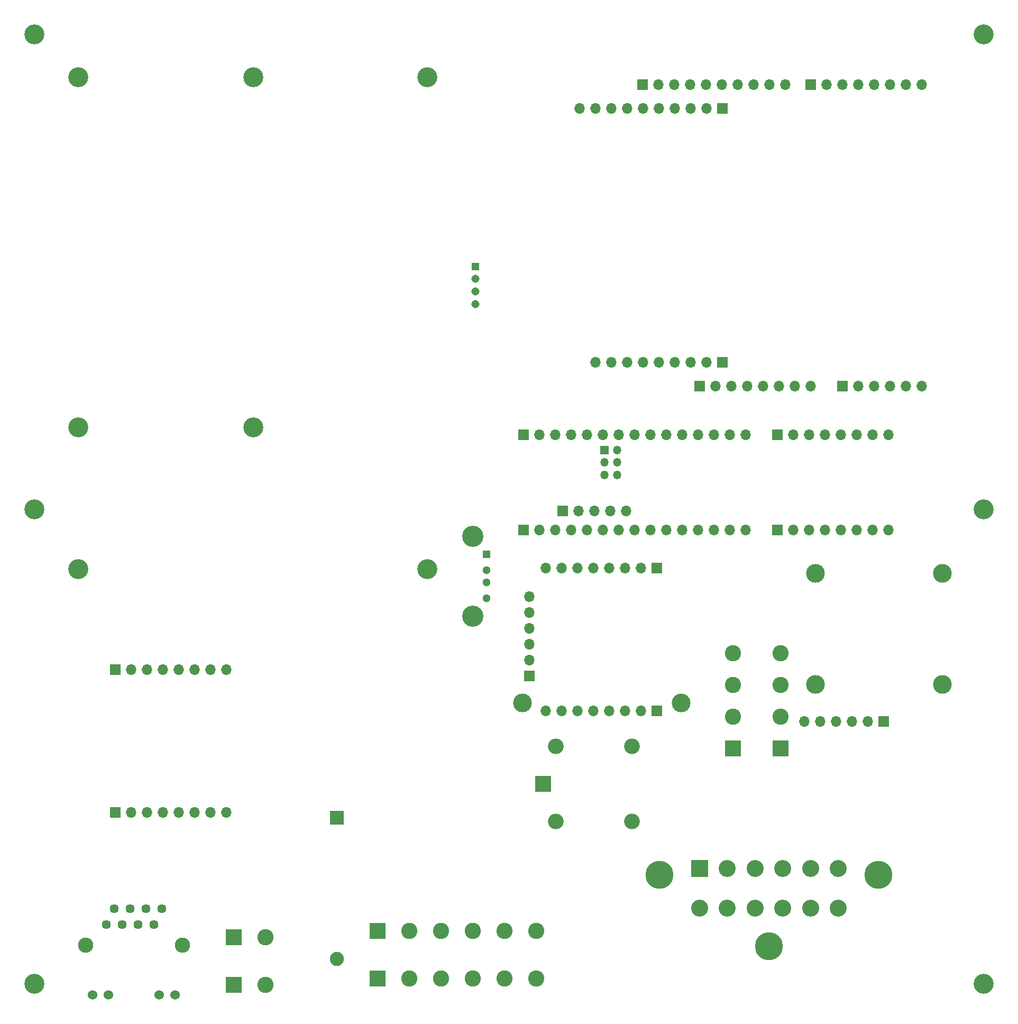
<source format=gbr>
%TF.GenerationSoftware,KiCad,Pcbnew,(5.1.12)-1*%
%TF.CreationDate,2022-02-22T16:25:41-06:00*%
%TF.ProjectId,AS13,41533133-2e6b-4696-9361-645f70636258,rev?*%
%TF.SameCoordinates,Original*%
%TF.FileFunction,Soldermask,Bot*%
%TF.FilePolarity,Negative*%
%FSLAX46Y46*%
G04 Gerber Fmt 4.6, Leading zero omitted, Abs format (unit mm)*
G04 Created by KiCad (PCBNEW (5.1.12)-1) date 2022-02-22 16:25:41*
%MOMM*%
%LPD*%
G01*
G04 APERTURE LIST*
%ADD10O,2.500000X2.500000*%
%ADD11R,2.500000X2.500000*%
%ADD12C,2.600000*%
%ADD13R,2.600000X2.600000*%
%ADD14C,4.485000*%
%ADD15C,2.715000*%
%ADD16R,2.715000X2.715000*%
%ADD17R,2.250000X2.250000*%
%ADD18C,2.250000*%
%ADD19C,2.445000*%
%ADD20C,1.530000*%
%ADD21C,1.446000*%
%ADD22C,2.999999*%
%ADD23C,3.200000*%
%ADD24C,3.000000*%
%ADD25O,1.700000X1.700000*%
%ADD26R,1.700000X1.700000*%
%ADD27C,3.400000*%
%ADD28C,1.300000*%
%ADD29R,1.300000X1.300000*%
%ADD30C,1.308000*%
%ADD31R,1.308000X1.308000*%
%ADD32O,1.350000X1.350000*%
%ADD33R,1.350000X1.350000*%
G04 APERTURE END LIST*
D10*
%TO.C,K1*%
X107000800Y-137501200D03*
X119200800Y-137501200D03*
X119200800Y-149501200D03*
X107000800Y-149501200D03*
D11*
X105000800Y-143501200D03*
%TD*%
D12*
%TO.C,KF3*%
X135330000Y-122530000D03*
X142950000Y-122530000D03*
X135330000Y-127610000D03*
X142950000Y-127610000D03*
X135330000Y-132690000D03*
X142950000Y-132690000D03*
D13*
X135330000Y-137770000D03*
X142950000Y-137770000D03*
%TD*%
D14*
%TO.C,J6*%
X158655000Y-158020000D03*
X141115000Y-169450000D03*
X123575000Y-158020000D03*
D15*
X130000000Y-163350000D03*
X134445000Y-163350000D03*
X138890000Y-163350000D03*
X143340000Y-163350000D03*
X147785000Y-163350000D03*
X152230000Y-163350000D03*
X152230000Y-157000000D03*
X147785000Y-157000000D03*
X143340000Y-157000000D03*
X138890000Y-157000000D03*
X134445000Y-157000000D03*
D16*
X130000000Y-157000000D03*
%TD*%
D17*
%TO.C,D4*%
X71925000Y-148875000D03*
D18*
X71925000Y-171475000D03*
%TD*%
D19*
%TO.C,J4*%
X47190000Y-169300000D03*
X31700000Y-169300000D03*
D20*
X46070000Y-177250000D03*
X43530000Y-177250000D03*
X35360000Y-177250000D03*
X32820000Y-177250000D03*
D21*
X43890000Y-163460000D03*
X42620000Y-166000000D03*
X41350000Y-163460000D03*
X40080000Y-166000000D03*
X38810000Y-163460000D03*
X37540000Y-166000000D03*
X36270000Y-163460000D03*
X35000000Y-166000000D03*
%TD*%
D22*
%TO.C,REF\u002A\u002A*%
X168859200Y-109819200D03*
X168859200Y-127599200D03*
X148539200Y-127599200D03*
X148539200Y-109819200D03*
%TD*%
D23*
%TO.C,  *%
X175500000Y-99500000D03*
%TD*%
%TO.C,  *%
X23500000Y-99500000D03*
%TD*%
%TO.C,  *%
X23500000Y-23500000D03*
%TD*%
%TO.C,  *%
X175500000Y-23500000D03*
%TD*%
%TO.C,  *%
X175500000Y-175500000D03*
%TD*%
%TO.C,  *%
X23500000Y-175500000D03*
%TD*%
%TO.C,REF\u002A\u002A*%
X58560000Y-30380000D03*
X58560000Y-86380000D03*
X30560000Y-86380000D03*
X30560000Y-30380000D03*
X86440000Y-30380000D03*
X86440000Y-109120000D03*
X30560000Y-109120000D03*
%TD*%
D24*
%TO.C,REF\u002A\u002A*%
X101660000Y-130560000D03*
X127060000Y-130560000D03*
%TD*%
D25*
%TO.C,J5*%
X146761200Y-133517400D03*
X149301200Y-133517400D03*
X151841200Y-133517400D03*
X154381200Y-133517400D03*
X156921200Y-133517400D03*
D26*
X159461200Y-133517400D03*
%TD*%
D27*
%TO.C,J1*%
X93735800Y-116670800D03*
X93735800Y-103820800D03*
D28*
X95935800Y-113745800D03*
X95935800Y-111245800D03*
X95935800Y-109245800D03*
D29*
X95935800Y-106745800D03*
%TD*%
D25*
%TO.C,J12*%
X102750000Y-113550000D03*
X102750000Y-116090000D03*
X102750000Y-118630000D03*
X102750000Y-121170000D03*
X102750000Y-123710000D03*
D26*
X102750000Y-126250000D03*
%TD*%
D12*
%TO.C,KF1*%
X60482200Y-168034600D03*
X60482200Y-175654600D03*
D13*
X55402200Y-168034600D03*
X55402200Y-175654600D03*
%TD*%
D25*
%TO.C,J18*%
X160248600Y-87594200D03*
X157708600Y-87594200D03*
X155168600Y-87594200D03*
X152628600Y-87594200D03*
X150088600Y-87594200D03*
X147548600Y-87594200D03*
X145008600Y-87594200D03*
D26*
X142468600Y-87594200D03*
%TD*%
D25*
%TO.C,J3*%
X118287800Y-99783400D03*
X115747800Y-99783400D03*
X113207800Y-99783400D03*
X110667800Y-99783400D03*
D26*
X108127800Y-99783400D03*
%TD*%
D25*
%TO.C,J9*%
X54295000Y-125179400D03*
X51755000Y-125179400D03*
X49215000Y-125179400D03*
X46675000Y-125179400D03*
X44135000Y-125179400D03*
X41595000Y-125179400D03*
X39055000Y-125179400D03*
D26*
X36515000Y-125179400D03*
%TD*%
D25*
%TO.C,J7*%
X54295000Y-148039400D03*
X51755000Y-148039400D03*
X49215000Y-148039400D03*
X46675000Y-148039400D03*
X44135000Y-148039400D03*
X41595000Y-148039400D03*
X39055000Y-148039400D03*
D26*
X36515000Y-148039400D03*
%TD*%
D12*
%TO.C,KF2*%
X103872600Y-167009600D03*
X103872600Y-174629600D03*
X98792600Y-167009600D03*
X98792600Y-174629600D03*
X93712600Y-167009600D03*
X93712600Y-174629600D03*
X88632600Y-167009600D03*
X88632600Y-174629600D03*
X83552600Y-167009600D03*
X83552600Y-174629600D03*
D13*
X78472600Y-167009600D03*
X78472600Y-174629600D03*
%TD*%
D30*
%TO.C,J27*%
X94145100Y-66654700D03*
X94145100Y-64654700D03*
X94145100Y-62654700D03*
D31*
X94145100Y-60654700D03*
%TD*%
D25*
%TO.C,J26*%
X165608000Y-31511000D03*
X163068000Y-31511000D03*
X160528000Y-31511000D03*
X157988000Y-31511000D03*
X155448000Y-31511000D03*
X152908000Y-31511000D03*
X150368000Y-31511000D03*
D26*
X147828000Y-31511000D03*
%TD*%
D25*
%TO.C,J25*%
X143768000Y-31511000D03*
X141228000Y-31511000D03*
X138688000Y-31511000D03*
X136148000Y-31511000D03*
X133608000Y-31511000D03*
X131068000Y-31511000D03*
X128528000Y-31511000D03*
X125988000Y-31511000D03*
X123448000Y-31511000D03*
D26*
X120908000Y-31511000D03*
%TD*%
D25*
%TO.C,J24*%
X110794800Y-35336400D03*
X113334800Y-35336400D03*
X115874800Y-35336400D03*
X118414800Y-35336400D03*
X120954800Y-35336400D03*
X123494800Y-35336400D03*
X126034800Y-35336400D03*
X128574800Y-35336400D03*
X131114800Y-35336400D03*
D26*
X133654800Y-35336400D03*
%TD*%
D25*
%TO.C,J23*%
X165608000Y-79771000D03*
X163068000Y-79771000D03*
X160528000Y-79771000D03*
X157988000Y-79771000D03*
X155448000Y-79771000D03*
D26*
X152908000Y-79771000D03*
%TD*%
D25*
%TO.C,J22*%
X147828000Y-79771000D03*
X145288000Y-79771000D03*
X142748000Y-79771000D03*
X140208000Y-79771000D03*
X137668000Y-79771000D03*
X135128000Y-79771000D03*
X132588000Y-79771000D03*
D26*
X130048000Y-79771000D03*
%TD*%
D25*
%TO.C,J21*%
X113334800Y-75986400D03*
X115874800Y-75986400D03*
X118414800Y-75986400D03*
X120954800Y-75986400D03*
X123494800Y-75986400D03*
X126034800Y-75986400D03*
X128574800Y-75986400D03*
X131114800Y-75986400D03*
D26*
X133654800Y-75986400D03*
%TD*%
D25*
%TO.C,J17*%
X137388600Y-87594200D03*
X134848600Y-87594200D03*
X132308600Y-87594200D03*
X129768600Y-87594200D03*
X127228600Y-87594200D03*
X124688600Y-87594200D03*
X122148600Y-87594200D03*
X119608600Y-87594200D03*
X117068600Y-87594200D03*
X114528600Y-87594200D03*
X111988600Y-87594200D03*
X109448600Y-87594200D03*
X106908600Y-87594200D03*
X104368600Y-87594200D03*
D26*
X101828600Y-87594200D03*
%TD*%
D32*
%TO.C,J8*%
X116798600Y-94032600D03*
X114798600Y-94032600D03*
X116798600Y-92032600D03*
X114798600Y-92032600D03*
X116798600Y-90032600D03*
D33*
X114798600Y-90032600D03*
%TD*%
D25*
%TO.C,J14*%
X160248600Y-102834200D03*
X157708600Y-102834200D03*
X155168600Y-102834200D03*
X152628600Y-102834200D03*
X150088600Y-102834200D03*
X147548600Y-102834200D03*
X145008600Y-102834200D03*
D26*
X142468600Y-102834200D03*
%TD*%
D25*
%TO.C,J13*%
X137388600Y-102834200D03*
X134848600Y-102834200D03*
X132308600Y-102834200D03*
X129768600Y-102834200D03*
X127228600Y-102834200D03*
X124688600Y-102834200D03*
X122148600Y-102834200D03*
X119608600Y-102834200D03*
X117068600Y-102834200D03*
X114528600Y-102834200D03*
X111988600Y-102834200D03*
X109448600Y-102834200D03*
X106908600Y-102834200D03*
X104368600Y-102834200D03*
D26*
X101828600Y-102834200D03*
%TD*%
D25*
%TO.C,J16*%
X105394760Y-131790200D03*
X107934760Y-131790200D03*
X110474760Y-131790200D03*
X113014760Y-131790200D03*
X115554760Y-131790200D03*
X118094760Y-131790200D03*
X120634760Y-131790200D03*
D26*
X123174760Y-131790200D03*
%TD*%
D25*
%TO.C,J15*%
X105394760Y-108930200D03*
X107934760Y-108930200D03*
X110474760Y-108930200D03*
X113014760Y-108930200D03*
X115554760Y-108930200D03*
X118094760Y-108930200D03*
X120634760Y-108930200D03*
D26*
X123174760Y-108930200D03*
%TD*%
M02*

</source>
